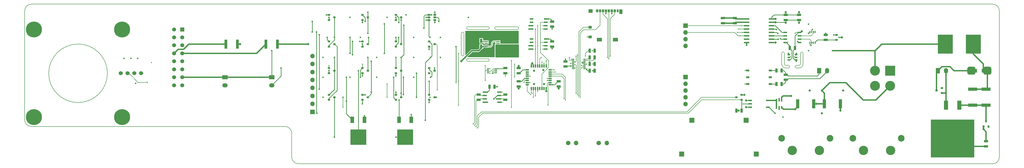
<source format=gbr>
%TF.GenerationSoftware,KiCad,Pcbnew,(5.0.0-rc2-dev-632-g76d3b6f04)*%
%TF.CreationDate,2018-06-22T22:14:38+02:00*%
%TF.ProjectId,MainBoard,4D61696E426F6172642E6B696361645F,rev?*%
%TF.SameCoordinates,Original*%
%TF.FileFunction,Copper,L1,Top,Signal*%
%TF.FilePolarity,Positive*%
%FSLAX46Y46*%
G04 Gerber Fmt 4.6, Leading zero omitted, Abs format (unit mm)*
G04 Created by KiCad (PCBNEW (5.0.0-rc2-dev-632-g76d3b6f04)) date 06/22/18 22:14:38*
%MOMM*%
%LPD*%
G01*
G04 APERTURE LIST*
%ADD10C,0.200000*%
%ADD11R,2.000000X1.500000*%
%ADD12O,2.000000X1.500000*%
%ADD13C,3.500000*%
%ADD14C,2.500000*%
%ADD15R,16.300000X14.200000*%
%ADD16R,1.600000X3.500000*%
%ADD17R,1.400000X2.400000*%
%ADD18R,5.900000X5.750000*%
%ADD19O,1.700000X1.700000*%
%ADD20C,1.700000*%
%ADD21R,1.700000X1.700000*%
%ADD22C,1.524000*%
%ADD23C,6.000000*%
%ADD24R,1.800000X1.070000*%
%ADD25R,1.500000X0.970000*%
%ADD26R,0.970000X1.500000*%
%ADD27R,0.900000X0.800000*%
%ADD28R,1.300000X1.400000*%
%ADD29C,0.100000*%
%ADD30C,3.000000*%
%ADD31R,0.800000X0.900000*%
%ADD32R,5.600000X7.230000*%
%ADD33R,1.500000X2.000000*%
%ADD34O,1.500000X2.000000*%
%ADD35R,1.500000X1.500000*%
%ADD36C,1.500000*%
%ADD37R,3.700000X3.700000*%
%ADD38C,3.700000*%
%ADD39R,1.900000X1.900000*%
%ADD40R,3.400000X1.170000*%
%ADD41R,1.170000X3.400000*%
%ADD42R,0.900000X0.300000*%
%ADD43R,1.300000X0.750000*%
%ADD44R,1.400000X0.600000*%
%ADD45R,1.200000X0.600000*%
%ADD46R,0.600000X1.200000*%
%ADD47R,0.850000X1.100000*%
%ADD48R,0.750000X1.100000*%
%ADD49R,1.170000X1.800000*%
%ADD50R,1.550000X1.350000*%
%ADD51R,1.900000X1.350000*%
%ADD52R,1.200000X1.000000*%
%ADD53R,1.550000X0.600000*%
%ADD54R,1.450000X0.450000*%
%ADD55R,1.060000X0.650000*%
%ADD56R,0.800000X0.300000*%
%ADD57R,2.000000X0.600000*%
%ADD58R,0.420000X0.900000*%
%ADD59R,1.000000X0.550000*%
%ADD60R,1.450000X0.600000*%
%ADD61R,0.550000X1.000000*%
%ADD62R,1.070000X3.500000*%
%ADD63C,0.600000*%
%ADD64C,0.400000*%
%ADD65C,0.800000*%
%ADD66C,0.250000*%
%ADD67C,0.450000*%
%ADD68C,0.500000*%
G04 APERTURE END LIST*
D10*
X141000000Y-81500000D02*
X148500000Y-81500000D01*
X141000000Y-80500000D02*
X148500000Y-80500000D01*
X148500000Y-80500000D02*
G75*
G02X148500000Y-81500000I0J-500000D01*
G01*
X141000000Y-81500000D02*
G75*
G02X141000000Y-80500000I0J500000D01*
G01*
X139500000Y-71000000D02*
X139500000Y-79000000D01*
X138500000Y-71000000D02*
X138500000Y-79000000D01*
X139500000Y-79000000D02*
G75*
G02X138500000Y-79000000I-500000J0D01*
G01*
X138500000Y-71000000D02*
G75*
G02X139500000Y-71000000I500000J0D01*
G01*
X151500000Y-69500000D02*
X159500000Y-69500000D01*
X151500000Y-68500000D02*
X159500000Y-68500000D01*
X141000000Y-69500000D02*
X148500000Y-69500000D01*
X141000000Y-68500000D02*
X148500000Y-68500000D01*
X151500000Y-69500000D02*
G75*
G02X151500000Y-68500000I0J500000D01*
G01*
X148500000Y-68500000D02*
G75*
G02X148500000Y-69500000I0J-500000D01*
G01*
X159500000Y-68500000D02*
G75*
G02X159500000Y-69500000I0J-500000D01*
G01*
X141000000Y-69500000D02*
G75*
G02X141000000Y-68500000I0J500000D01*
G01*
X264000000Y-84000000D02*
X265000000Y-84000000D01*
X266500000Y-82500000D02*
X266500000Y-78500000D01*
X266500000Y-82500000D02*
G75*
G02X265000000Y-84000000I-1500000J0D01*
G01*
X265500000Y-82500000D02*
G75*
G02X265000000Y-83000000I-500000J0D01*
G01*
X260000000Y-84000000D02*
X261000000Y-84000000D01*
X258500000Y-78500000D02*
X258500000Y-82500000D01*
X260000000Y-84000000D02*
G75*
G02X258500000Y-82500000I0J1500000D01*
G01*
X265000000Y-83000000D02*
X264000000Y-83000000D01*
X265500000Y-78500000D02*
X265500000Y-82500000D01*
X265500000Y-78500000D02*
G75*
G02X266500000Y-78500000I500000J0D01*
G01*
X264000000Y-84000000D02*
G75*
G02X264000000Y-83000000I0J500000D01*
G01*
X260000000Y-83000000D02*
X261000000Y-83000000D01*
X259500000Y-78500000D02*
X259500000Y-82500000D01*
X260000000Y-83000000D02*
G75*
G02X259500000Y-82500000I0J500000D01*
G01*
X261000000Y-83000000D02*
G75*
G02X261000000Y-84000000I0J-500000D01*
G01*
X258500000Y-78500000D02*
G75*
G02X259500000Y-78500000I500000J0D01*
G01*
X72500000Y-106000000D02*
G75*
G02X75000000Y-108500000I0J-2500000D01*
G01*
X75000000Y-108500000D02*
X75000000Y-117500000D01*
X-22500000Y-106000000D02*
X72500000Y-106000000D01*
X6000000Y-86000000D02*
G75*
G03X6000000Y-86000000I-11000000J0D01*
G01*
X-25000000Y-62500000D02*
G75*
G02X-22500000Y-60000000I2500000J0D01*
G01*
X-22500000Y-106000000D02*
G75*
G02X-25000000Y-103500000I0J2500000D01*
G01*
X-25000000Y-62500000D02*
X-25000000Y-103500000D01*
X-22500000Y-60000000D02*
X337500000Y-60000000D01*
X337500000Y-60000000D02*
G75*
G02X340000000Y-62500000I0J-2500000D01*
G01*
X340000000Y-117500000D02*
G75*
G02X337500000Y-120000000I-2500000J0D01*
G01*
X77500000Y-120000000D02*
G75*
G02X75000000Y-117500000I0J2500000D01*
G01*
X337500000Y-120000000D02*
X77500000Y-120000000D01*
X340000000Y-62500000D02*
X340000000Y-117500000D01*
D11*
X67500000Y-87500000D03*
D12*
X67500000Y-90500000D03*
D13*
X289075000Y-115000000D03*
X299275000Y-115000000D03*
D14*
X303225000Y-110400000D03*
X285125000Y-110400000D03*
D13*
X262400000Y-115000000D03*
X272600000Y-115000000D03*
D14*
X276550000Y-110400000D03*
X258450000Y-110400000D03*
D15*
X322500000Y-110505000D03*
D16*
X319980000Y-98005000D03*
X325020000Y-98005000D03*
D17*
X119785000Y-103500000D03*
X115215000Y-103500000D03*
D18*
X117500000Y-110000000D03*
D19*
X181500000Y-112181000D03*
D20*
X178500000Y-112181000D03*
D19*
X193000000Y-112181000D03*
D20*
X190000000Y-112181000D03*
D21*
X82821000Y-100500000D03*
D19*
X82821000Y-97500000D03*
X82821000Y-94500000D03*
X82821000Y-91500000D03*
X82821000Y-88500000D03*
X82821000Y-85500000D03*
X82821000Y-82500000D03*
X82821000Y-79500000D03*
D22*
X18620000Y-86000000D03*
X16080000Y-86000000D03*
X13540000Y-86000000D03*
X11000000Y-86000000D03*
D23*
X-21500000Y-69500000D03*
X-21500000Y-102500000D03*
X11500000Y-102500000D03*
X11500000Y-69500000D03*
D24*
X155000000Y-76350000D03*
X155000000Y-73340000D03*
D25*
X175000000Y-89045000D03*
X175000000Y-90955000D03*
D26*
X149045000Y-91000000D03*
X150955000Y-91000000D03*
D25*
X172500000Y-66545000D03*
X172500000Y-68455000D03*
X160000000Y-84045000D03*
X160000000Y-85955000D03*
X177500000Y-81545000D03*
X177500000Y-83455000D03*
X172500000Y-74045000D03*
X172500000Y-75955000D03*
X160000000Y-90955000D03*
X160000000Y-89045000D03*
X155000000Y-85955000D03*
X155000000Y-84045000D03*
D26*
X145955000Y-75955000D03*
X144045000Y-75955000D03*
X188455000Y-85000000D03*
X186545000Y-85000000D03*
D25*
X240905000Y-65235000D03*
X240905000Y-67145000D03*
X236460000Y-65235000D03*
X236460000Y-67145000D03*
X155000000Y-94045000D03*
X155000000Y-95955000D03*
D26*
X144045000Y-73750000D03*
X145955000Y-73750000D03*
D25*
X260000000Y-64045000D03*
X260000000Y-65955000D03*
X265000000Y-65955000D03*
X265000000Y-64045000D03*
D26*
X263455000Y-76500000D03*
X261545000Y-76500000D03*
D25*
X275000000Y-71545000D03*
X275000000Y-73455000D03*
D18*
X100000000Y-110000000D03*
D17*
X97715000Y-103500000D03*
X102285000Y-103500000D03*
D27*
X126500000Y-84050000D03*
X126500000Y-85950000D03*
X128500000Y-85000000D03*
D28*
X331050000Y-85000000D03*
X333950000Y-85000000D03*
D29*
G36*
X330323513Y-83503611D02*
X330396318Y-83514411D01*
X330467714Y-83532295D01*
X330537013Y-83557090D01*
X330603548Y-83588559D01*
X330666678Y-83626398D01*
X330725795Y-83670242D01*
X330780330Y-83719670D01*
X330829758Y-83774205D01*
X330873602Y-83833322D01*
X330911441Y-83896452D01*
X330942910Y-83962987D01*
X330967705Y-84032286D01*
X330985589Y-84103682D01*
X330996389Y-84176487D01*
X331000000Y-84250000D01*
X331000000Y-85750000D01*
X330996389Y-85823513D01*
X330985589Y-85896318D01*
X330967705Y-85967714D01*
X330942910Y-86037013D01*
X330911441Y-86103548D01*
X330873602Y-86166678D01*
X330829758Y-86225795D01*
X330780330Y-86280330D01*
X330725795Y-86329758D01*
X330666678Y-86373602D01*
X330603548Y-86411441D01*
X330537013Y-86442910D01*
X330467714Y-86467705D01*
X330396318Y-86485589D01*
X330323513Y-86496389D01*
X330250000Y-86500000D01*
X328750000Y-86500000D01*
X328676487Y-86496389D01*
X328603682Y-86485589D01*
X328532286Y-86467705D01*
X328462987Y-86442910D01*
X328396452Y-86411441D01*
X328333322Y-86373602D01*
X328274205Y-86329758D01*
X328219670Y-86280330D01*
X328170242Y-86225795D01*
X328126398Y-86166678D01*
X328088559Y-86103548D01*
X328057090Y-86037013D01*
X328032295Y-85967714D01*
X328014411Y-85896318D01*
X328003611Y-85823513D01*
X328000000Y-85750000D01*
X328000000Y-84250000D01*
X328003611Y-84176487D01*
X328014411Y-84103682D01*
X328032295Y-84032286D01*
X328057090Y-83962987D01*
X328088559Y-83896452D01*
X328126398Y-83833322D01*
X328170242Y-83774205D01*
X328219670Y-83719670D01*
X328274205Y-83670242D01*
X328333322Y-83626398D01*
X328396452Y-83588559D01*
X328462987Y-83557090D01*
X328532286Y-83532295D01*
X328603682Y-83514411D01*
X328676487Y-83503611D01*
X328750000Y-83500000D01*
X330250000Y-83500000D01*
X330323513Y-83503611D01*
X330323513Y-83503611D01*
G37*
D30*
X329500000Y-85000000D03*
D29*
G36*
X336323513Y-83503611D02*
X336396318Y-83514411D01*
X336467714Y-83532295D01*
X336537013Y-83557090D01*
X336603548Y-83588559D01*
X336666678Y-83626398D01*
X336725795Y-83670242D01*
X336780330Y-83719670D01*
X336829758Y-83774205D01*
X336873602Y-83833322D01*
X336911441Y-83896452D01*
X336942910Y-83962987D01*
X336967705Y-84032286D01*
X336985589Y-84103682D01*
X336996389Y-84176487D01*
X337000000Y-84250000D01*
X337000000Y-85750000D01*
X336996389Y-85823513D01*
X336985589Y-85896318D01*
X336967705Y-85967714D01*
X336942910Y-86037013D01*
X336911441Y-86103548D01*
X336873602Y-86166678D01*
X336829758Y-86225795D01*
X336780330Y-86280330D01*
X336725795Y-86329758D01*
X336666678Y-86373602D01*
X336603548Y-86411441D01*
X336537013Y-86442910D01*
X336467714Y-86467705D01*
X336396318Y-86485589D01*
X336323513Y-86496389D01*
X336250000Y-86500000D01*
X334750000Y-86500000D01*
X334676487Y-86496389D01*
X334603682Y-86485589D01*
X334532286Y-86467705D01*
X334462987Y-86442910D01*
X334396452Y-86411441D01*
X334333322Y-86373602D01*
X334274205Y-86329758D01*
X334219670Y-86280330D01*
X334170242Y-86225795D01*
X334126398Y-86166678D01*
X334088559Y-86103548D01*
X334057090Y-86037013D01*
X334032295Y-85967714D01*
X334014411Y-85896318D01*
X334003611Y-85823513D01*
X334000000Y-85750000D01*
X334000000Y-84250000D01*
X334003611Y-84176487D01*
X334014411Y-84103682D01*
X334032295Y-84032286D01*
X334057090Y-83962987D01*
X334088559Y-83896452D01*
X334126398Y-83833322D01*
X334170242Y-83774205D01*
X334219670Y-83719670D01*
X334274205Y-83670242D01*
X334333322Y-83626398D01*
X334396452Y-83588559D01*
X334462987Y-83557090D01*
X334532286Y-83532295D01*
X334603682Y-83514411D01*
X334676487Y-83503611D01*
X334750000Y-83500000D01*
X336250000Y-83500000D01*
X336323513Y-83503611D01*
X336323513Y-83503611D01*
G37*
D30*
X335500000Y-85000000D03*
D31*
X335000000Y-104000000D03*
X335950000Y-106000000D03*
X334050000Y-106000000D03*
D32*
X319750000Y-75000000D03*
X330250000Y-75000000D03*
D33*
X272500000Y-85000000D03*
D34*
X275500000Y-85000000D03*
D21*
X222500000Y-87420000D03*
D19*
X222500000Y-89960000D03*
X222500000Y-92500000D03*
X222500000Y-95040000D03*
X222500000Y-97580000D03*
D35*
X34000000Y-69500000D03*
D36*
X34000000Y-72500000D03*
X34000000Y-75500000D03*
X34000000Y-78500000D03*
X34000000Y-81500000D03*
X34000000Y-84500000D03*
X34000000Y-87500000D03*
X34000000Y-90500000D03*
X31000000Y-69500000D03*
X31000000Y-72500000D03*
X31000000Y-75500000D03*
X31000000Y-78500000D03*
X31000000Y-81500000D03*
X31000000Y-84500000D03*
X31000000Y-87500000D03*
X31000000Y-90500000D03*
D12*
X50000000Y-90500000D03*
D11*
X50000000Y-87500000D03*
D34*
X320000000Y-85000000D03*
D33*
X317000000Y-85000000D03*
D37*
X299100000Y-85000000D03*
D38*
X299100000Y-90700000D03*
X293400000Y-85000000D03*
X293400000Y-90700000D03*
D39*
X224850000Y-103650000D03*
X245150000Y-103650000D03*
X221030000Y-116350000D03*
X248970000Y-116350000D03*
D27*
X128500000Y-75000000D03*
X126500000Y-75950000D03*
X126500000Y-74050000D03*
X116000000Y-65000000D03*
X114000000Y-65950000D03*
X114000000Y-64050000D03*
X101500000Y-64050000D03*
X101500000Y-65950000D03*
X103500000Y-65000000D03*
X91000000Y-65000000D03*
X89000000Y-65950000D03*
X89000000Y-64050000D03*
X116000000Y-75000000D03*
X114000000Y-75950000D03*
X114000000Y-74050000D03*
X103500000Y-75000000D03*
X101500000Y-75950000D03*
X101500000Y-74050000D03*
X89000000Y-94050000D03*
X89000000Y-95950000D03*
X91000000Y-95000000D03*
X91000000Y-85000000D03*
X89000000Y-85950000D03*
X89000000Y-84050000D03*
X114000000Y-84050000D03*
X114000000Y-85950000D03*
X116000000Y-85000000D03*
X101500000Y-94050000D03*
X101500000Y-95950000D03*
X103500000Y-95000000D03*
X89000000Y-74050000D03*
X89000000Y-75950000D03*
X91000000Y-75000000D03*
X114000000Y-94050000D03*
X114000000Y-95950000D03*
X116000000Y-95000000D03*
X103500000Y-85000000D03*
X101500000Y-85950000D03*
X101500000Y-84050000D03*
X126500000Y-94050000D03*
X126500000Y-95950000D03*
X128500000Y-95000000D03*
X241500000Y-95000000D03*
X243500000Y-94050000D03*
X243500000Y-95950000D03*
D26*
X186545000Y-80000000D03*
X188455000Y-80000000D03*
X188455000Y-82500000D03*
X186545000Y-82500000D03*
X256545000Y-84960000D03*
X258455000Y-84960000D03*
D25*
X260000000Y-86545000D03*
X260000000Y-88455000D03*
D26*
X258455000Y-90040000D03*
X256545000Y-90040000D03*
D25*
X145000000Y-95955000D03*
X145000000Y-94045000D03*
D40*
X335000000Y-91995000D03*
X335000000Y-98005000D03*
X330000000Y-98005000D03*
X330000000Y-91995000D03*
D25*
X335000000Y-113455000D03*
X335000000Y-111545000D03*
D41*
X280505000Y-97500000D03*
X274495000Y-97500000D03*
X264495000Y-97500000D03*
X270505000Y-97500000D03*
D26*
X241545000Y-100000000D03*
X243455000Y-100000000D03*
D42*
X184600000Y-80750000D03*
X180400000Y-80750000D03*
X184600000Y-81250000D03*
X180400000Y-81250000D03*
X184600000Y-81750000D03*
X180400000Y-81750000D03*
X184600000Y-82250000D03*
X180400000Y-82250000D03*
X184600000Y-82750000D03*
X180400000Y-82750000D03*
X184600000Y-83250000D03*
X180400000Y-83250000D03*
X184600000Y-83750000D03*
X180400000Y-83750000D03*
X184600000Y-84250000D03*
X180400000Y-84250000D03*
D43*
X245800000Y-90040000D03*
X254200000Y-90040000D03*
X245800000Y-87500000D03*
X254200000Y-87500000D03*
X245800000Y-84960000D03*
X254200000Y-84960000D03*
D44*
X170150000Y-65595000D03*
X164850000Y-65595000D03*
X170150000Y-66865000D03*
X164850000Y-66865000D03*
X170150000Y-68135000D03*
X164850000Y-68135000D03*
X170150000Y-69405000D03*
X164850000Y-69405000D03*
X164850000Y-76905000D03*
X170150000Y-76905000D03*
X164850000Y-75635000D03*
X170150000Y-75635000D03*
X164850000Y-74365000D03*
X170150000Y-74365000D03*
X164850000Y-73095000D03*
X170150000Y-73095000D03*
D45*
X163250000Y-84700000D03*
X163250000Y-85500000D03*
X163250000Y-86300000D03*
X163250000Y-87100000D03*
X163250000Y-87900000D03*
X163250000Y-88700000D03*
X163250000Y-89500000D03*
X163250000Y-90300000D03*
D46*
X164700000Y-91750000D03*
X165500000Y-91750000D03*
X166300000Y-91750000D03*
X167100000Y-91750000D03*
X167900000Y-91750000D03*
X168700000Y-91750000D03*
X169500000Y-91750000D03*
X170300000Y-91750000D03*
D45*
X171750000Y-90300000D03*
X171750000Y-89500000D03*
X171750000Y-88700000D03*
X171750000Y-87900000D03*
X171750000Y-87100000D03*
X171750000Y-86300000D03*
X171750000Y-85500000D03*
X171750000Y-84700000D03*
D46*
X170300000Y-83250000D03*
X169500000Y-83250000D03*
X168700000Y-83250000D03*
X167900000Y-83250000D03*
X167100000Y-83250000D03*
X166300000Y-83250000D03*
X165500000Y-83250000D03*
X164700000Y-83250000D03*
D47*
X189395000Y-62500000D03*
X190495000Y-62500000D03*
X191595000Y-62500000D03*
X192695000Y-62500000D03*
X193795000Y-62500000D03*
X194895000Y-62500000D03*
X195995000Y-62500000D03*
D48*
X197045000Y-62500000D03*
D49*
X198255000Y-62850000D03*
D50*
X186935000Y-62625000D03*
D51*
X190260000Y-73325000D03*
X196250000Y-73325000D03*
D52*
X186760000Y-68650000D03*
X186760000Y-72350000D03*
D53*
X152700000Y-96905000D03*
X152700000Y-95635000D03*
X152700000Y-94365000D03*
X152700000Y-93095000D03*
X147300000Y-93095000D03*
X147300000Y-94365000D03*
X147300000Y-95635000D03*
X147300000Y-96905000D03*
D54*
X152200000Y-74025000D03*
X147800000Y-74025000D03*
X152200000Y-74675000D03*
X147800000Y-74675000D03*
X152200000Y-75325000D03*
X147800000Y-75325000D03*
X152200000Y-75975000D03*
X147800000Y-75975000D03*
D55*
X126400000Y-64050000D03*
X126400000Y-65000000D03*
X126400000Y-65950000D03*
X128600000Y-65950000D03*
X128600000Y-64050000D03*
X128600000Y-65000000D03*
D56*
X148450000Y-84250000D03*
X148450000Y-84750000D03*
X148450000Y-85250000D03*
X148450000Y-85750000D03*
X151550000Y-85750000D03*
X151550000Y-85250000D03*
X151550000Y-84750000D03*
X151550000Y-84250000D03*
D57*
X254650000Y-65555000D03*
X245350000Y-65555000D03*
X254650000Y-66825000D03*
X245350000Y-66825000D03*
X254650000Y-68095000D03*
X245350000Y-68095000D03*
X254650000Y-69365000D03*
X245350000Y-69365000D03*
X254650000Y-70635000D03*
X245350000Y-70635000D03*
X254650000Y-71905000D03*
X245350000Y-71905000D03*
X254650000Y-73175000D03*
X245350000Y-73175000D03*
X254650000Y-74445000D03*
X245350000Y-74445000D03*
D44*
X259850000Y-74405000D03*
X265150000Y-74405000D03*
X259850000Y-73135000D03*
X265150000Y-73135000D03*
X259850000Y-71865000D03*
X265150000Y-71865000D03*
X259850000Y-70595000D03*
X265150000Y-70595000D03*
D58*
X270975000Y-74549999D03*
X270975000Y-70450001D03*
X270325000Y-74549999D03*
X270325000Y-70450001D03*
X269675000Y-74549999D03*
X269675000Y-70450001D03*
X269025000Y-74549999D03*
X269025000Y-70450001D03*
D59*
X263850000Y-79050000D03*
X261150000Y-79050000D03*
X263850000Y-80000000D03*
X261150000Y-80000000D03*
X263850000Y-80950000D03*
X261150000Y-80950000D03*
D27*
X279000000Y-71550000D03*
X279000000Y-73450000D03*
X281000000Y-72500000D03*
D60*
X246675000Y-98770000D03*
X253325000Y-98770000D03*
X246675000Y-97500000D03*
X246675000Y-96230000D03*
X253325000Y-96230000D03*
D61*
X256550000Y-96150000D03*
X256550000Y-98850000D03*
X257500000Y-96150000D03*
X257500000Y-98850000D03*
X258450000Y-96150000D03*
X258450000Y-98850000D03*
D26*
X186545000Y-77500000D03*
X188455000Y-77500000D03*
D27*
X318500000Y-93450000D03*
X318500000Y-91550000D03*
X316500000Y-92500000D03*
D19*
X222500000Y-75715000D03*
X222500000Y-73175000D03*
X222500000Y-70635000D03*
D21*
X222500000Y-68095000D03*
D62*
X69675000Y-75000000D03*
X65325000Y-75000000D03*
X54675000Y-75000000D03*
X50325000Y-75000000D03*
D63*
X172750000Y-90300000D03*
D64*
X162250000Y-87900000D03*
X162250000Y-84700000D03*
D65*
X165750000Y-85000000D03*
X165750000Y-90000000D03*
D63*
X163850000Y-75635000D03*
X171150000Y-65595000D03*
X171150000Y-73095000D03*
X179500000Y-83250000D03*
D64*
X154750000Y-77250000D03*
X155500000Y-77250000D03*
X155500000Y-78000000D03*
X156250000Y-78000000D03*
X156250000Y-77250000D03*
X157000000Y-77250000D03*
X157000000Y-78000000D03*
X156250000Y-76500000D03*
X156250000Y-75750000D03*
X157000000Y-76500000D03*
X154750000Y-78000000D03*
X154000000Y-78000000D03*
X154000000Y-77250000D03*
X153250000Y-78000000D03*
X153250000Y-77250000D03*
X157750000Y-75750000D03*
X157750000Y-76500000D03*
X157750000Y-77250000D03*
X157750000Y-78000000D03*
X152500000Y-78000000D03*
X152500000Y-77250000D03*
X151750000Y-77250000D03*
X151750000Y-78000000D03*
X151750000Y-78750000D03*
X152500000Y-78750000D03*
X153250000Y-78750000D03*
X154000000Y-78750000D03*
X154750000Y-78750000D03*
X155500000Y-78750000D03*
X156250000Y-78750000D03*
X157000000Y-78750000D03*
X157750000Y-78750000D03*
X151750000Y-79500000D03*
X152500000Y-79500000D03*
X153250000Y-79500000D03*
X154000000Y-79500000D03*
X154750000Y-79500000D03*
X155500000Y-79500000D03*
X156250000Y-79500000D03*
X157000000Y-79500000D03*
X157750000Y-79500000D03*
X158500000Y-79500000D03*
X158500000Y-78750000D03*
X158500000Y-78000000D03*
X158500000Y-77250000D03*
X158500000Y-76500000D03*
X158500000Y-75750000D03*
D63*
X244080000Y-65555000D03*
X192695000Y-63500000D03*
D64*
X187500000Y-77500000D03*
X152250000Y-84250000D03*
D63*
X148300000Y-93095000D03*
X141205000Y-65000000D03*
X148300000Y-96905000D03*
X151700000Y-95635000D03*
D64*
X149250000Y-75000000D03*
X150750000Y-75000000D03*
X149250000Y-76500000D03*
X150000000Y-76500000D03*
X150750000Y-76500000D03*
X149250000Y-77250000D03*
X150000000Y-77250000D03*
X150750000Y-77250000D03*
X148500000Y-77250000D03*
X147750000Y-77250000D03*
X147000000Y-77250000D03*
X147000000Y-78000000D03*
X147750000Y-78000000D03*
X148500000Y-78000000D03*
X149250000Y-78000000D03*
X150000000Y-78000000D03*
X150750000Y-78000000D03*
X150750000Y-73500000D03*
X150000000Y-73500000D03*
X149250000Y-73500000D03*
X151500000Y-72750000D03*
X152250000Y-72750000D03*
X153000000Y-72750000D03*
X148500000Y-72750000D03*
X147750000Y-72750000D03*
X147000000Y-72750000D03*
X147000000Y-72000000D03*
X147750000Y-72000000D03*
X148500000Y-72000000D03*
X151500000Y-72000000D03*
X152250000Y-72000000D03*
X153000000Y-72000000D03*
D65*
X160000000Y-83250000D03*
X160000000Y-91750000D03*
X175000000Y-91750000D03*
X170300000Y-92750000D03*
X165100000Y-82250000D03*
D63*
X163850000Y-68135000D03*
X163850000Y-76905000D03*
X163850000Y-69405000D03*
X172500000Y-76750000D03*
X172500000Y-69250000D03*
D64*
X181000000Y-84000000D03*
X179750000Y-80750000D03*
D63*
X177500000Y-80750000D03*
D64*
X187750000Y-82500000D03*
D63*
X183750000Y-82000000D03*
X187750000Y-85000000D03*
D64*
X147000000Y-71250000D03*
X147750000Y-71250000D03*
X148500000Y-71250000D03*
X148500000Y-70500000D03*
X147750000Y-70500000D03*
X147000000Y-70500000D03*
X149250000Y-70500000D03*
X150000000Y-70500000D03*
X150750000Y-70500000D03*
X151500000Y-70500000D03*
X152250000Y-70500000D03*
X153000000Y-70500000D03*
X153000000Y-71250000D03*
X152250000Y-71250000D03*
X151500000Y-71250000D03*
X150750000Y-71250000D03*
X150000000Y-71250000D03*
X149250000Y-71250000D03*
X147000000Y-78750000D03*
X147750000Y-78750000D03*
X148500000Y-78750000D03*
X149250000Y-78750000D03*
X150000000Y-78750000D03*
X150750000Y-78750000D03*
X147000000Y-79500000D03*
X147750000Y-79500000D03*
X148500000Y-79500000D03*
X149250000Y-79500000D03*
X150000000Y-79500000D03*
X150750000Y-79500000D03*
D63*
X12270000Y-80412000D03*
X14810000Y-80412000D03*
X17350000Y-80412000D03*
X16588000Y-89810000D03*
D65*
X242369998Y-100000000D03*
X244500000Y-94050000D03*
X245175000Y-96230000D03*
D63*
X244080000Y-66825000D03*
D65*
X169500000Y-90000000D03*
X169200000Y-84750000D03*
D63*
X245350000Y-75445000D03*
D64*
X185760000Y-72350000D03*
D63*
X194895000Y-63500000D03*
D64*
X22500000Y-82000000D03*
D63*
X151955000Y-91000000D03*
X110705000Y-65000000D03*
X117795000Y-64000000D03*
X125400000Y-65000000D03*
X100705000Y-72500000D03*
X120705000Y-72500000D03*
X126500000Y-76950000D03*
X130705000Y-80000000D03*
X89000000Y-84950000D03*
X86795000Y-87500000D03*
X96795000Y-87500000D03*
X101500000Y-86950000D03*
X106795000Y-87500000D03*
X120705000Y-87500000D03*
X126500000Y-96950000D03*
X102285000Y-102000000D03*
X86795000Y-95000000D03*
D64*
X155000000Y-86955000D03*
D63*
X101500000Y-74950000D03*
D64*
X149200000Y-86000000D03*
X149200000Y-84250000D03*
D65*
X245175000Y-98770000D03*
D63*
X185500000Y-84500000D03*
D64*
X185500000Y-82500000D03*
D65*
X138500000Y-81500000D03*
D63*
X150700000Y-95635000D03*
D65*
X55675000Y-75000000D03*
D64*
X21000000Y-89455000D03*
D63*
X128600000Y-63050000D03*
D64*
X150250000Y-85250000D03*
X150750000Y-84750000D03*
D63*
X261000000Y-78500000D03*
X264000000Y-78500000D03*
X257500000Y-95500000D03*
D65*
X256150000Y-65555000D03*
X265000000Y-63000000D03*
X260000000Y-63000000D03*
D63*
X259000000Y-102500000D03*
X278000000Y-71550000D03*
X257150000Y-73175000D03*
D65*
X266000000Y-70250000D03*
D64*
X263250000Y-79750000D03*
D63*
X264000000Y-81500000D03*
X268500000Y-71000000D03*
X275000000Y-71000000D03*
X268500000Y-77500000D03*
X268500000Y-67500000D03*
X280000000Y-72500000D03*
D65*
X281500000Y-92500000D03*
X269000000Y-92500000D03*
D63*
X257500000Y-99500000D03*
D65*
X256150000Y-66825000D03*
X265000000Y-67000000D03*
X260000000Y-67000000D03*
D64*
X263500000Y-71000000D03*
D65*
X256150000Y-74445000D03*
D64*
X260750000Y-74250000D03*
X261750000Y-79750000D03*
D63*
X119785000Y-101500000D03*
X84500000Y-101000000D03*
X84321000Y-70500000D03*
X116795000Y-87500000D03*
X116795000Y-94000000D03*
X115205000Y-96000000D03*
X114000000Y-110000000D03*
X91000000Y-110000000D03*
X127000000Y-80000000D03*
X67500000Y-77500000D03*
X125000000Y-103650000D03*
X100000000Y-85000000D03*
X128500000Y-84000000D03*
X71000000Y-84000000D03*
X95500000Y-87500000D03*
X95500000Y-96500000D03*
X127000000Y-87500000D03*
D65*
X273500000Y-92500000D03*
X334050000Y-107000000D03*
X271500000Y-97500000D03*
D63*
X277500000Y-77500000D03*
D65*
X280500000Y-100000000D03*
D64*
X173750000Y-85500000D03*
X173250000Y-84700000D03*
X164250000Y-87100000D03*
D63*
X96795000Y-65000000D03*
X101500000Y-66950000D03*
X130100000Y-66500000D03*
X130705000Y-72500000D03*
X120705000Y-80000000D03*
X106795000Y-80000000D03*
X86795000Y-80000000D03*
X114000000Y-86950000D03*
X126795000Y-95000000D03*
X101500000Y-97450000D03*
X114000000Y-64950000D03*
D65*
X81175000Y-75000000D03*
D64*
X143500000Y-105500000D03*
X143000000Y-105000000D03*
D63*
X89000000Y-64950000D03*
X82705000Y-66500000D03*
X82705000Y-70500000D03*
X127400000Y-64050000D03*
X124500000Y-69000000D03*
X129205000Y-95000000D03*
X85321000Y-92000000D03*
X85321000Y-71500000D03*
X116000000Y-80000000D03*
X116000000Y-93500000D03*
X102500000Y-94050000D03*
X117000000Y-67950000D03*
X116000000Y-66000000D03*
X102500000Y-66500000D03*
D64*
X144000000Y-106000000D03*
X144500000Y-106500000D03*
X137500000Y-78500000D03*
X137500000Y-89000000D03*
X137500000Y-98000000D03*
X171000000Y-98000000D03*
D65*
X273500000Y-101000000D03*
D64*
X167100000Y-92750000D03*
X129500000Y-92250000D03*
D63*
X128600000Y-66950000D03*
X115100000Y-66950000D03*
X109705000Y-78500000D03*
X114000000Y-80000000D03*
X109705000Y-67450000D03*
X103500000Y-71000000D03*
X114000000Y-72500000D03*
X103500000Y-63000000D03*
X88000000Y-64050000D03*
X91000000Y-72500000D03*
X115000000Y-72500000D03*
X103795000Y-72500000D03*
X100500000Y-74050000D03*
X96795000Y-72500000D03*
X96795000Y-78500000D03*
X91000000Y-80000000D03*
D64*
X170750000Y-88700000D03*
X147450000Y-88700000D03*
X89000000Y-83050000D03*
X147450000Y-83050000D03*
D63*
X88295000Y-72500000D03*
X97795000Y-74000000D03*
X97795000Y-79000000D03*
X104795000Y-81500000D03*
X114000000Y-93050000D03*
X104795000Y-93050000D03*
X113205000Y-87500000D03*
X103500000Y-80000000D03*
X100705000Y-87500000D03*
D64*
X170750000Y-87900000D03*
X158500000Y-87400000D03*
X101500000Y-82550000D03*
X158500000Y-82550000D03*
D63*
X126500000Y-89000000D03*
X136500000Y-76000000D03*
D64*
X162000000Y-89500000D03*
X136500000Y-89500000D03*
X170300000Y-81250000D03*
X157300000Y-81250000D03*
D63*
X94205000Y-95000000D03*
D64*
X94205000Y-98750000D03*
X157300000Y-98750000D03*
D63*
X125400000Y-65950000D03*
X126795000Y-72500000D03*
X121705000Y-95000000D03*
X121705000Y-86000000D03*
X150205000Y-86000000D03*
D64*
X164250000Y-89500000D03*
X110705000Y-95000000D03*
X110705000Y-90000000D03*
D63*
X270000000Y-69500000D03*
X269500000Y-75500000D03*
X256000000Y-101000000D03*
D65*
X263500000Y-99500000D03*
X261995000Y-94495000D03*
D64*
X168500014Y-80000000D03*
X243350000Y-68095000D03*
X193295000Y-80000000D03*
X179000000Y-80000000D03*
X181250000Y-81750000D03*
X181500000Y-79500000D03*
X242850000Y-71905000D03*
X194295000Y-79500000D03*
X168700000Y-81750000D03*
X185000000Y-79500000D03*
X243850000Y-70635000D03*
X241850000Y-70635000D03*
X193795000Y-80500000D03*
X179400000Y-82250000D03*
X169500000Y-82250000D03*
X181500000Y-93500000D03*
X165000000Y-93500000D03*
X244800000Y-84960000D03*
X183500000Y-83000000D03*
X244760000Y-90000000D03*
X183500000Y-84000000D03*
X167100000Y-68135000D03*
X167100000Y-75635000D03*
X169150000Y-68135000D03*
X169150000Y-75635000D03*
X166300000Y-69405000D03*
X166300000Y-76905000D03*
X169150000Y-69405000D03*
X169150000Y-76905000D03*
X242350000Y-69365000D03*
X164500000Y-94000000D03*
X182000000Y-79000000D03*
X182000000Y-94000000D03*
X165500000Y-95000000D03*
X183000000Y-95000000D03*
X182500000Y-94500000D03*
X166300000Y-94500000D03*
X153700000Y-93095000D03*
X177000000Y-95500000D03*
X153700000Y-96905000D03*
X177500000Y-96000000D03*
D63*
X256500000Y-69500000D03*
X264500000Y-74000000D03*
X258000000Y-73000000D03*
X257000000Y-71000000D03*
D66*
X171750000Y-90300000D02*
X172750000Y-90300000D01*
X175000000Y-89045000D02*
X174735000Y-89045000D01*
X174735000Y-89045000D02*
X173480000Y-90300000D01*
X173480000Y-90300000D02*
X173174264Y-90300000D01*
X173174264Y-90300000D02*
X172750000Y-90300000D01*
X162050001Y-88099999D02*
X162250000Y-87900000D01*
X163250000Y-87900000D02*
X162250000Y-87900000D01*
X161105000Y-89045000D02*
X162050001Y-88099999D01*
X160000000Y-89045000D02*
X161105000Y-89045000D01*
X163250000Y-84700000D02*
X162250000Y-84700000D01*
X160000000Y-85955000D02*
X160265000Y-85955000D01*
X160265000Y-85955000D02*
X161520000Y-84700000D01*
X161520000Y-84700000D02*
X161967158Y-84700000D01*
X161967158Y-84700000D02*
X162250000Y-84700000D01*
X164850000Y-75635000D02*
X163850000Y-75635000D01*
X172500000Y-73750000D02*
X172500000Y-74045000D01*
X171845000Y-73095000D02*
X172500000Y-73750000D01*
X172500000Y-66250000D02*
X172500000Y-66545000D01*
X171845000Y-65595000D02*
X172500000Y-66250000D01*
X170150000Y-65595000D02*
X171150000Y-65595000D01*
X171150000Y-65595000D02*
X171845000Y-65595000D01*
X170150000Y-73095000D02*
X171150000Y-73095000D01*
X171150000Y-73095000D02*
X171845000Y-73095000D01*
X180400000Y-83250000D02*
X179500000Y-83250000D01*
X177705000Y-83250000D02*
X177500000Y-83455000D01*
X179500000Y-83250000D02*
X177705000Y-83250000D01*
D67*
X154625000Y-75975000D02*
X155000000Y-76350000D01*
X152200000Y-75975000D02*
X154625000Y-75975000D01*
D68*
X245350000Y-65555000D02*
X244080000Y-65555000D01*
X241225000Y-65555000D02*
X240905000Y-65235000D01*
X244080000Y-65555000D02*
X241225000Y-65555000D01*
X240905000Y-65235000D02*
X237095000Y-65235000D01*
X240905000Y-65235000D02*
X236460000Y-65235000D01*
D66*
X192695000Y-62500000D02*
X192695000Y-63500000D01*
D10*
X188455000Y-77500000D02*
X187500000Y-77500000D01*
D66*
X154795000Y-84250000D02*
X155000000Y-84045000D01*
X151550000Y-84250000D02*
X152250000Y-84250000D01*
X152250000Y-84250000D02*
X154795000Y-84250000D01*
D10*
X148450000Y-85250000D02*
X149500000Y-85250000D01*
X150500000Y-84250000D02*
X151550000Y-84250000D01*
X149500000Y-85250000D02*
X150500000Y-84250000D01*
D66*
X147300000Y-93095000D02*
X148300000Y-93095000D01*
X149045000Y-92350000D02*
X148300000Y-93095000D01*
X149045000Y-91000000D02*
X149045000Y-92350000D01*
D10*
X154680000Y-95635000D02*
X155000000Y-95955000D01*
X152700000Y-95635000D02*
X154680000Y-95635000D01*
X147300000Y-96905000D02*
X148300000Y-96905000D01*
X152700000Y-95635000D02*
X151700000Y-95635000D01*
D66*
X160000000Y-84045000D02*
X160000000Y-83250000D01*
X160000000Y-90955000D02*
X160000000Y-91750000D01*
X175000000Y-90955000D02*
X175000000Y-91750000D01*
X170300000Y-91750000D02*
X170300000Y-92750000D01*
X164700000Y-82650000D02*
X165100000Y-82250000D01*
X164700000Y-83250000D02*
X164700000Y-82650000D01*
X165500000Y-82650000D02*
X165100000Y-82250000D01*
X165500000Y-83250000D02*
X165500000Y-82650000D01*
X164850000Y-68135000D02*
X163850000Y-68135000D01*
X164850000Y-76905000D02*
X163850000Y-76905000D01*
X164850000Y-69405000D02*
X163850000Y-69405000D01*
X172795000Y-75955000D02*
X172500000Y-76250000D01*
X172500000Y-76750000D02*
X172500000Y-75955000D01*
X172500000Y-68455000D02*
X172500000Y-69250000D01*
D10*
X180400000Y-83750000D02*
X180750000Y-83750000D01*
X180750000Y-83750000D02*
X181000000Y-84000000D01*
X180750000Y-84250000D02*
X181000000Y-84000000D01*
X180400000Y-84250000D02*
X180750000Y-84250000D01*
X180400000Y-80750000D02*
X179750000Y-80750000D01*
D66*
X177500000Y-81545000D02*
X177500000Y-80750000D01*
D10*
X188455000Y-82500000D02*
X187750000Y-82500000D01*
D66*
X184000000Y-82250000D02*
X184600000Y-82250000D01*
X183750000Y-82000000D02*
X184000000Y-82250000D01*
X184000000Y-81750000D02*
X183750000Y-82000000D01*
X184600000Y-81750000D02*
X184000000Y-81750000D01*
X188455000Y-85000000D02*
X187750000Y-85000000D01*
X241545000Y-100000000D02*
X242369998Y-100000000D01*
X243500000Y-94050000D02*
X244500000Y-94050000D01*
X246675000Y-96230000D02*
X245175000Y-96230000D01*
D68*
X245350000Y-66825000D02*
X244080000Y-66825000D01*
X241225000Y-66825000D02*
X240905000Y-67145000D01*
X244080000Y-66825000D02*
X241225000Y-66825000D01*
X240905000Y-67145000D02*
X237095000Y-67145000D01*
X240905000Y-67145000D02*
X236460000Y-67145000D01*
X245350000Y-74445000D02*
X245350000Y-75445000D01*
D10*
X186760000Y-72350000D02*
X185760000Y-72350000D01*
D66*
X194895000Y-62500000D02*
X194895000Y-63500000D01*
X150955000Y-91000000D02*
X151955000Y-91000000D01*
X126400000Y-65000000D02*
X125400000Y-65000000D01*
X126500000Y-75950000D02*
X126500000Y-76950000D01*
X89000000Y-85950000D02*
X89000000Y-84950000D01*
X101500000Y-85950000D02*
X101500000Y-86950000D01*
X126500000Y-95950000D02*
X126500000Y-96950000D01*
X102285000Y-103500000D02*
X102285000Y-102000000D01*
D10*
X155000000Y-85955000D02*
X155000000Y-86955000D01*
D66*
X101500000Y-75950000D02*
X101500000Y-74950000D01*
D10*
X148450000Y-85750000D02*
X148950000Y-85750000D01*
X148950000Y-85750000D02*
X149200000Y-86000000D01*
X148450000Y-84250000D02*
X149200000Y-84250000D01*
X154680000Y-94365000D02*
X155000000Y-94045000D01*
X152700000Y-94365000D02*
X154680000Y-94365000D01*
X147800000Y-75975000D02*
X149525000Y-75975000D01*
X149525000Y-75975000D02*
X150000000Y-75500000D01*
X150000000Y-75500000D02*
X150000000Y-74500000D01*
X150475000Y-74025000D02*
X152200000Y-74025000D01*
X150000000Y-74500000D02*
X150475000Y-74025000D01*
D67*
X145975000Y-75975000D02*
X145955000Y-75955000D01*
X147800000Y-75975000D02*
X145975000Y-75975000D01*
D66*
X246675000Y-98770000D02*
X245175000Y-98770000D01*
X185810000Y-85000000D02*
X185500000Y-84690000D01*
X185500000Y-84690000D02*
X185500000Y-84500000D01*
X186545000Y-85000000D02*
X185810000Y-85000000D01*
X185500000Y-84450000D02*
X185500000Y-84500000D01*
X185300000Y-84250000D02*
X185500000Y-84450000D01*
X184600000Y-84250000D02*
X185300000Y-84250000D01*
D10*
X185250000Y-82750000D02*
X185500000Y-82500000D01*
X184600000Y-82750000D02*
X185250000Y-82750000D01*
D68*
X142500000Y-77500000D02*
X138500000Y-81500000D01*
X142500000Y-77500000D02*
X145000000Y-77500000D01*
X145955000Y-76545000D02*
X145000000Y-77500000D01*
X145955000Y-75955000D02*
X145955000Y-76545000D01*
D66*
X152700000Y-94365000D02*
X151970000Y-94365000D01*
X151970000Y-94365000D02*
X150700000Y-95635000D01*
D68*
X54675000Y-75000000D02*
X55675000Y-75000000D01*
D10*
X14000000Y-86000000D02*
X13540000Y-86000000D01*
X17455000Y-89455000D02*
X14000000Y-86000000D01*
X21000000Y-89455000D02*
X17455000Y-89455000D01*
D66*
X146230000Y-74025000D02*
X145955000Y-73750000D01*
X147800000Y-74025000D02*
X146230000Y-74025000D01*
X128600000Y-64050000D02*
X128600000Y-63050000D01*
D10*
X151550000Y-85250000D02*
X150250000Y-85250000D01*
X151550000Y-84750000D02*
X150750000Y-84750000D01*
D66*
X261150000Y-79050000D02*
X261150000Y-78650000D01*
X261150000Y-78650000D02*
X261000000Y-78500000D01*
X263850000Y-79050000D02*
X263850000Y-78650000D01*
X263850000Y-78650000D02*
X264000000Y-78500000D01*
X257500000Y-96150000D02*
X257500000Y-95500000D01*
X259000000Y-64045000D02*
X260000000Y-64045000D01*
X255610000Y-64045000D02*
X259000000Y-64045000D01*
X254650000Y-65005000D02*
X255610000Y-64045000D01*
X254650000Y-65555000D02*
X254650000Y-65005000D01*
X260000000Y-64045000D02*
X265000000Y-64045000D01*
D68*
X254650000Y-65555000D02*
X256150000Y-65555000D01*
D66*
X265000000Y-64045000D02*
X265000000Y-63000000D01*
X260000000Y-64045000D02*
X260000000Y-63000000D01*
X279000000Y-71550000D02*
X278000000Y-71550000D01*
X254650000Y-73175000D02*
X257150000Y-73175000D01*
X264750000Y-70595000D02*
X265150000Y-70595000D01*
X263455000Y-71890000D02*
X264750000Y-70595000D01*
X263455000Y-76500000D02*
X263455000Y-71890000D01*
X263455000Y-76765000D02*
X263455000Y-76500000D01*
X262750000Y-77470000D02*
X263455000Y-76765000D01*
X262750000Y-80250000D02*
X262750000Y-77470000D01*
X263850000Y-80950000D02*
X263450000Y-80950000D01*
X263450000Y-80950000D02*
X262750000Y-80250000D01*
X265150000Y-70595000D02*
X265655000Y-70595000D01*
X265655000Y-70595000D02*
X266000000Y-70250000D01*
D10*
X263500000Y-80000000D02*
X263250000Y-79750000D01*
X263850000Y-80000000D02*
X263500000Y-80000000D01*
X263850000Y-80950000D02*
X263850000Y-81350000D01*
X263850000Y-81350000D02*
X264000000Y-81500000D01*
D66*
X269025000Y-70450001D02*
X269025000Y-70475000D01*
X269025000Y-70475000D02*
X268500000Y-71000000D01*
X275000000Y-71545000D02*
X275000000Y-71000000D01*
X281000000Y-72500000D02*
X280000000Y-72500000D01*
X257500000Y-98850000D02*
X257500000Y-99500000D01*
X260000000Y-66690000D02*
X260000000Y-65955000D01*
X259865000Y-66825000D02*
X260000000Y-66690000D01*
X260000000Y-65955000D02*
X265000000Y-65955000D01*
D68*
X254650000Y-66825000D02*
X256150000Y-66825000D01*
D66*
X256150000Y-66825000D02*
X259865000Y-66825000D01*
X265000000Y-65955000D02*
X265000000Y-67000000D01*
X260000000Y-65955000D02*
X260000000Y-67000000D01*
X259825000Y-66825000D02*
X260000000Y-67000000D01*
X256150000Y-66825000D02*
X259825000Y-66825000D01*
D10*
X263905000Y-70595000D02*
X263699999Y-70800001D01*
X263699999Y-70800001D02*
X263500000Y-71000000D01*
X265150000Y-70595000D02*
X263905000Y-70595000D01*
D66*
X254650000Y-74445000D02*
X256150000Y-74445000D01*
X260250000Y-74405000D02*
X259850000Y-74405000D01*
X261545000Y-75700000D02*
X260250000Y-74405000D01*
X261545000Y-76500000D02*
X261545000Y-75700000D01*
X261545000Y-76765000D02*
X261545000Y-76500000D01*
X262250000Y-77470000D02*
X261545000Y-76765000D01*
X262250000Y-80250000D02*
X262250000Y-77470000D01*
X261150000Y-80950000D02*
X261550000Y-80950000D01*
X261550000Y-80950000D02*
X262250000Y-80250000D01*
D10*
X259850000Y-74405000D02*
X260595000Y-74405000D01*
X260595000Y-74405000D02*
X260750000Y-74250000D01*
X261500000Y-80000000D02*
X261750000Y-79750000D01*
X261150000Y-80000000D02*
X261500000Y-80000000D01*
D66*
X270975000Y-74309999D02*
X270975000Y-74549999D01*
X271829999Y-73455000D02*
X270975000Y-74309999D01*
X275000000Y-73455000D02*
X271829999Y-73455000D01*
X278995000Y-73455000D02*
X279000000Y-73450000D01*
X275000000Y-73455000D02*
X278995000Y-73455000D01*
X119785000Y-103500000D02*
X119785000Y-101500000D01*
X84321000Y-100821000D02*
X84500000Y-101000000D01*
X84321000Y-70500000D02*
X84321000Y-100821000D01*
X116795000Y-87500000D02*
X116795000Y-94000000D01*
X115215000Y-96010000D02*
X115215000Y-103500000D01*
X115205000Y-96000000D02*
X115215000Y-96010000D01*
X117500000Y-110000000D02*
X114000000Y-110000000D01*
X91000000Y-95000000D02*
X91000000Y-110000000D01*
X126500000Y-74050000D02*
X127500000Y-75050000D01*
X127500000Y-79050000D02*
X127500000Y-79550000D01*
X127500000Y-79550000D02*
X127000000Y-80050000D01*
X127500000Y-75050000D02*
X127500000Y-79050000D01*
X67500000Y-87500000D02*
X67500000Y-77500000D01*
X125000000Y-82000000D02*
X125000000Y-103650000D01*
X127000000Y-80000000D02*
X125000000Y-82000000D01*
D68*
X34000000Y-87500000D02*
X50000000Y-87500000D01*
X50000000Y-87500000D02*
X67500000Y-87500000D01*
D66*
X100000000Y-110000000D02*
X100000000Y-85000000D01*
X128500000Y-84000000D02*
X128500000Y-85000000D01*
X71000000Y-84000000D02*
X71000000Y-87000000D01*
X71000000Y-87000000D02*
X67500000Y-90500000D01*
X95500000Y-101285000D02*
X97715000Y-103500000D01*
X95500000Y-96550000D02*
X95500000Y-101285000D01*
X95500000Y-87500000D02*
X95500000Y-96550000D01*
X126500000Y-84050000D02*
X126500000Y-84550000D01*
X126500000Y-84550000D02*
X127500000Y-85550000D01*
X127500000Y-85550000D02*
X127500000Y-87050000D01*
X127500000Y-87050000D02*
X127000000Y-87550000D01*
X331050000Y-85000000D02*
X329500000Y-85000000D01*
D68*
X318500000Y-83500000D02*
X317000000Y-85000000D01*
X321500000Y-83500000D02*
X318500000Y-83500000D01*
X325000000Y-85000000D02*
X323000000Y-85000000D01*
X323000000Y-85000000D02*
X321500000Y-83500000D01*
X327500000Y-85000000D02*
X325000000Y-85000000D01*
X329500000Y-85000000D02*
X327500000Y-85000000D01*
X316500000Y-85500000D02*
X317000000Y-85000000D01*
X316500000Y-92500000D02*
X316500000Y-85500000D01*
D66*
X333950000Y-85000000D02*
X335500000Y-85000000D01*
D68*
X335000000Y-91995000D02*
X330000000Y-91995000D01*
X335500000Y-91495000D02*
X335000000Y-91995000D01*
X335500000Y-85000000D02*
X335500000Y-91495000D01*
X330250000Y-78750000D02*
X330250000Y-75000000D01*
X333950000Y-85000000D02*
X333950000Y-82450000D01*
X333950000Y-82450000D02*
X330250000Y-78750000D01*
X335000000Y-98005000D02*
X330000000Y-98005000D01*
X335000000Y-98005000D02*
X335000000Y-104000000D01*
X330000000Y-98005000D02*
X325020000Y-98005000D01*
X274495000Y-97500000D02*
X274495000Y-93495000D01*
X274495000Y-93495000D02*
X273500000Y-92500000D01*
X334050000Y-106000000D02*
X334050000Y-107000000D01*
X293800000Y-96000000D02*
X299100000Y-90700000D01*
X289000000Y-96000000D02*
X293800000Y-96000000D01*
X282500000Y-89500000D02*
X289000000Y-96000000D01*
X273500000Y-92500000D02*
X276500000Y-89500000D01*
X276500000Y-89500000D02*
X282500000Y-89500000D01*
X274495000Y-97500000D02*
X271500000Y-97500000D01*
X270505000Y-97500000D02*
X271500000Y-97500000D01*
X335000000Y-107950000D02*
X335000000Y-111545000D01*
X334050000Y-107000000D02*
X335000000Y-107950000D01*
X296000000Y-75000000D02*
X319750000Y-75000000D01*
X293400000Y-85000000D02*
X293400000Y-77600000D01*
X293400000Y-77600000D02*
X296000000Y-75000000D01*
X280000000Y-77500000D02*
X277500000Y-77500000D01*
X293400000Y-85000000D02*
X293400000Y-77500000D01*
X293400000Y-77500000D02*
X280000000Y-77500000D01*
X280505000Y-97500000D02*
X280505000Y-99995000D01*
X280505000Y-99995000D02*
X280500000Y-100000000D01*
D66*
X260000000Y-85810000D02*
X260000000Y-86545000D01*
X260000000Y-85770000D02*
X260000000Y-85810000D01*
X259190000Y-84960000D02*
X260000000Y-85770000D01*
X258455000Y-84960000D02*
X259190000Y-84960000D01*
X260545000Y-86545000D02*
X261000000Y-87000000D01*
X260000000Y-86545000D02*
X260545000Y-86545000D01*
X271750000Y-87000000D02*
X271500000Y-87000000D01*
X272500000Y-86250000D02*
X271750000Y-87000000D01*
X272500000Y-85000000D02*
X272500000Y-86250000D01*
X271500000Y-87000000D02*
X261000000Y-87000000D01*
X260000000Y-89190000D02*
X260000000Y-88455000D01*
X260000000Y-89230000D02*
X260000000Y-89190000D01*
X259190000Y-90040000D02*
X260000000Y-89230000D01*
X258455000Y-90040000D02*
X259190000Y-90040000D01*
X260545000Y-88455000D02*
X261000000Y-88000000D01*
X260000000Y-88455000D02*
X260545000Y-88455000D01*
X272750000Y-88000000D02*
X272000000Y-88000000D01*
X275500000Y-85250000D02*
X272750000Y-88000000D01*
X275500000Y-85000000D02*
X275500000Y-85250000D01*
X272000000Y-88000000D02*
X261000000Y-88000000D01*
D10*
X173750000Y-85500000D02*
X171750000Y-85500000D01*
X171750000Y-84700000D02*
X173250000Y-84700000D01*
X163250000Y-87100000D02*
X164250000Y-87100000D01*
D66*
X101500000Y-65950000D02*
X101500000Y-66950000D01*
X130100000Y-65500000D02*
X130100000Y-66500000D01*
X128600000Y-65000000D02*
X129600000Y-65000000D01*
X129600000Y-65000000D02*
X130100000Y-65500000D01*
X114000000Y-85950000D02*
X114000000Y-86950000D01*
X101500000Y-95950000D02*
X101500000Y-97450000D01*
X114000000Y-65950000D02*
X114000000Y-64950000D01*
D68*
X69675000Y-75000000D02*
X81175000Y-75000000D01*
D10*
X145320000Y-95635000D02*
X145000000Y-95955000D01*
X147300000Y-95635000D02*
X145320000Y-95635000D01*
X144000000Y-105000000D02*
X143500000Y-105500000D01*
X144000000Y-96500000D02*
X144000000Y-105000000D01*
X145000000Y-95955000D02*
X144545000Y-95955000D01*
X144545000Y-95955000D02*
X144000000Y-96500000D01*
X145320000Y-94365000D02*
X145000000Y-94045000D01*
X147300000Y-94365000D02*
X145320000Y-94365000D01*
X145000000Y-94045000D02*
X143955000Y-94045000D01*
X143955000Y-94045000D02*
X143500000Y-94500000D01*
X143500000Y-94500000D02*
X143500000Y-104500000D01*
X143500000Y-104500000D02*
X143000000Y-105000000D01*
D66*
X89000000Y-65950000D02*
X89000000Y-64950000D01*
X82705000Y-66500000D02*
X82705000Y-70500000D01*
X126400000Y-64050000D02*
X127400000Y-64050000D01*
X124500000Y-69000000D02*
X124500000Y-64500000D01*
X124950000Y-64050000D02*
X126400000Y-64050000D01*
X124500000Y-64500000D02*
X124950000Y-64050000D01*
X129205000Y-95000000D02*
X128500000Y-95000000D01*
X85321000Y-71500000D02*
X85321000Y-92000000D01*
X116000000Y-80050000D02*
X116000000Y-85000000D01*
X116000000Y-95000000D02*
X116000000Y-93500000D01*
X116000000Y-93500000D02*
X116000000Y-85000000D01*
X102500000Y-94050000D02*
X101500000Y-94050000D01*
X116000000Y-80000000D02*
X117000000Y-79000000D01*
X117000000Y-79000000D02*
X117000000Y-67950000D01*
X116000000Y-65000000D02*
X116000000Y-66000000D01*
X102500000Y-65050000D02*
X101500000Y-64050000D01*
X102500000Y-66500000D02*
X102500000Y-65050000D01*
X116000000Y-75000000D02*
X116000000Y-66000000D01*
D10*
X228500000Y-95000000D02*
X241500000Y-95000000D01*
X146000000Y-100500000D02*
X223000000Y-100500000D01*
X144500000Y-102000000D02*
X146000000Y-100500000D01*
X144500000Y-105500000D02*
X144500000Y-102000000D01*
X223000000Y-100500000D02*
X228500000Y-95000000D01*
X144000000Y-106000000D02*
X144500000Y-105500000D01*
D66*
X246675000Y-97500000D02*
X243500000Y-97500000D01*
X243500000Y-97500000D02*
X243500000Y-95950000D01*
X243500000Y-99955000D02*
X243500000Y-97500000D01*
X243455000Y-100000000D02*
X243500000Y-99955000D01*
D10*
X243500000Y-95950000D02*
X228550000Y-95950000D01*
X228550000Y-95950000D02*
X223500000Y-101000000D01*
X223500000Y-101000000D02*
X146500000Y-101000000D01*
X146500000Y-101000000D02*
X145000000Y-102500000D01*
X145000000Y-102500000D02*
X145000000Y-106000000D01*
X145000000Y-106000000D02*
X144500000Y-106500000D01*
X137500000Y-78500000D02*
X137500000Y-89000000D01*
X137500000Y-89000000D02*
X137500000Y-98000000D01*
X171000000Y-91000000D02*
X171000000Y-98000000D01*
X171750000Y-89500000D02*
X171000000Y-89500000D01*
X170750000Y-89750000D02*
X170750000Y-90750000D01*
X170750000Y-90750000D02*
X171000000Y-91000000D01*
X171000000Y-89500000D02*
X170750000Y-89750000D01*
X167100000Y-91750000D02*
X167100000Y-92750000D01*
X128500000Y-75000000D02*
X129000000Y-75000000D01*
X129500000Y-75500000D02*
X129500000Y-92250000D01*
X129000000Y-75000000D02*
X129500000Y-75500000D01*
D66*
X128600000Y-65950000D02*
X128600000Y-66950000D01*
X115100000Y-65150000D02*
X114000000Y-64050000D01*
X115100000Y-66950000D02*
X115100000Y-65150000D01*
X114000000Y-80050000D02*
X114000000Y-84050000D01*
X109705000Y-68450000D02*
X109705000Y-78500000D01*
X109705000Y-67450000D02*
X109705000Y-68450000D01*
X103500000Y-65000000D02*
X103500000Y-71000000D01*
X114000000Y-72500000D02*
X114000000Y-74050000D01*
X103500000Y-65000000D02*
X103500000Y-63000000D01*
X89000000Y-64050000D02*
X88000000Y-64050000D01*
X89000000Y-75500000D02*
X89000000Y-75950000D01*
X91000000Y-73500000D02*
X89000000Y-75500000D01*
X91000000Y-72500000D02*
X91000000Y-73500000D01*
X91000000Y-65000000D02*
X91000000Y-72500000D01*
X114000000Y-75950000D02*
X114000000Y-75450000D01*
X115000000Y-74450000D02*
X115000000Y-72450000D01*
X114000000Y-75450000D02*
X115000000Y-74450000D01*
X103795000Y-74705000D02*
X103500000Y-75000000D01*
X103795000Y-72500000D02*
X103795000Y-74705000D01*
X101500000Y-74050000D02*
X100500000Y-74050000D01*
X96795000Y-72500000D02*
X96795000Y-78500000D01*
X91000000Y-80000000D02*
X91000000Y-85000000D01*
X91000000Y-92050000D02*
X89000000Y-94050000D01*
X91000000Y-85000000D02*
X91000000Y-92050000D01*
X91000000Y-75000000D02*
X92000000Y-76000000D01*
X89000000Y-95450000D02*
X92000000Y-92450000D01*
X89000000Y-95950000D02*
X89000000Y-95450000D01*
X92000000Y-76000000D02*
X92000000Y-92450000D01*
D10*
X171750000Y-88700000D02*
X170750000Y-88700000D01*
X148450000Y-84750000D02*
X147950000Y-84750000D01*
X147950000Y-84750000D02*
X147450000Y-85250000D01*
X147450000Y-85250000D02*
X147450000Y-88700000D01*
X89000000Y-84050000D02*
X89000000Y-83050000D01*
X147450000Y-85250000D02*
X147450000Y-83050000D01*
D66*
X88295000Y-73345000D02*
X89000000Y-74050000D01*
X88295000Y-72500000D02*
X88295000Y-73345000D01*
X97795000Y-74000000D02*
X97795000Y-79000000D01*
X104795000Y-93705000D02*
X103500000Y-95000000D01*
X114000000Y-94050000D02*
X114000000Y-93050000D01*
X104795000Y-81500000D02*
X104795000Y-93050000D01*
X104795000Y-93050000D02*
X104795000Y-93705000D01*
X113205000Y-95155000D02*
X114000000Y-95950000D01*
X113205000Y-87500000D02*
X113205000Y-95155000D01*
X103500000Y-80050000D02*
X103500000Y-85000000D01*
X100705000Y-84845000D02*
X101500000Y-84050000D01*
X100705000Y-87500000D02*
X100705000Y-84845000D01*
D10*
X171750000Y-87900000D02*
X170750000Y-87900000D01*
X101500000Y-84050000D02*
X101500000Y-82550000D01*
X158500000Y-82550000D02*
X158500000Y-87400000D01*
D66*
X126500000Y-89550000D02*
X126500000Y-89000000D01*
X126500000Y-94050000D02*
X126500000Y-89550000D01*
D68*
X325430000Y-113455000D02*
X322480000Y-110505000D01*
X335000000Y-113455000D02*
X325430000Y-113455000D01*
D10*
X185795000Y-80750000D02*
X186545000Y-80000000D01*
X184600000Y-80750000D02*
X185795000Y-80750000D01*
X184600000Y-81250000D02*
X187470000Y-81250000D01*
X188455000Y-80545000D02*
X188455000Y-80000000D01*
X187470000Y-81250000D02*
X187750000Y-81250000D01*
X187750000Y-81250000D02*
X188455000Y-80545000D01*
X186545000Y-81250000D02*
X186545000Y-82500000D01*
X187470000Y-81250000D02*
X186545000Y-81250000D01*
D66*
X254200000Y-84960000D02*
X256545000Y-84960000D01*
X254200000Y-90040000D02*
X256545000Y-90040000D01*
X136500000Y-76000000D02*
X136500000Y-89000000D01*
D10*
X163250000Y-88700000D02*
X162300000Y-88700000D01*
X162300000Y-88700000D02*
X162000000Y-89000000D01*
X162000000Y-89000000D02*
X162000000Y-89500000D01*
D66*
X136500000Y-89000000D02*
X136500000Y-89500000D01*
D10*
X170300000Y-83250000D02*
X170300000Y-81250000D01*
X94205000Y-95000000D02*
X94205000Y-98750000D01*
X157300000Y-81250000D02*
X157300000Y-98750000D01*
D66*
X126400000Y-65950000D02*
X125400000Y-65950000D01*
X126400000Y-72105000D02*
X126795000Y-72500000D01*
X126400000Y-65950000D02*
X126400000Y-72105000D01*
X121705000Y-95000000D02*
X121705000Y-86000000D01*
X150455000Y-85750000D02*
X151550000Y-85750000D01*
X150205000Y-86000000D02*
X150455000Y-85750000D01*
D10*
X163250000Y-89500000D02*
X164250000Y-89500000D01*
X110705000Y-95000000D02*
X110705000Y-90000000D01*
D66*
X269675000Y-69825000D02*
X269675000Y-70450001D01*
X270000000Y-69500000D02*
X269675000Y-69825000D01*
X269025000Y-75025000D02*
X269025000Y-74549999D01*
X269500000Y-75500000D02*
X269025000Y-75025000D01*
X255980000Y-101000000D02*
X256000000Y-101000000D01*
X253750000Y-98770000D02*
X255980000Y-101000000D01*
X253325000Y-98770000D02*
X253750000Y-98770000D01*
D68*
X264495000Y-97500000D02*
X264495000Y-98505000D01*
X264495000Y-98505000D02*
X263500000Y-99500000D01*
X259100000Y-99500000D02*
X258450000Y-98850000D01*
X263500000Y-99500000D02*
X259100000Y-99500000D01*
X261995000Y-94495000D02*
X259005000Y-94495000D01*
X258450000Y-95050000D02*
X258450000Y-96150000D01*
X259005000Y-94495000D02*
X258450000Y-95050000D01*
D10*
X167900000Y-83250000D02*
X167900000Y-80600014D01*
X168300015Y-80199999D02*
X168500014Y-80000000D01*
X167900000Y-80600014D02*
X168300015Y-80199999D01*
X243350000Y-68095000D02*
X245350000Y-68095000D01*
X222500000Y-68095000D02*
X243350000Y-68095000D01*
X191595000Y-62500000D02*
X191595000Y-63800000D01*
X193295000Y-65500000D02*
X193295000Y-80000000D01*
X191595000Y-63800000D02*
X193295000Y-65500000D01*
X179250000Y-81250000D02*
X180400000Y-81250000D01*
X179000000Y-81000000D02*
X179250000Y-81250000D01*
X179000000Y-80000000D02*
X179000000Y-81000000D01*
X181250000Y-81750000D02*
X180400000Y-81750000D01*
X181500000Y-81500000D02*
X181250000Y-81750000D01*
X181500000Y-79500000D02*
X181500000Y-81500000D01*
X242850000Y-71905000D02*
X245350000Y-71905000D01*
X242120000Y-71905000D02*
X242850000Y-71905000D01*
X222500000Y-70635000D02*
X240850000Y-70635000D01*
X240850000Y-70635000D02*
X242120000Y-71905000D01*
X195995000Y-62500000D02*
X195995000Y-63800000D01*
X194295000Y-65500000D02*
X194295000Y-79500000D01*
X195995000Y-63800000D02*
X194295000Y-65500000D01*
X168700000Y-81750000D02*
X168700000Y-83250000D01*
X185000000Y-78500000D02*
X185000000Y-79500000D01*
X186545000Y-77500000D02*
X186000000Y-77500000D01*
X186000000Y-77500000D02*
X185000000Y-78500000D01*
X243850000Y-70635000D02*
X245350000Y-70635000D01*
X243850000Y-70635000D02*
X241850000Y-70635000D01*
X193795000Y-62500000D02*
X193795000Y-80500000D01*
X179400000Y-82250000D02*
X180400000Y-82250000D01*
X169500000Y-82250000D02*
X169500000Y-83250000D01*
X181250000Y-82750000D02*
X180400000Y-82750000D01*
X181500000Y-83000000D02*
X181250000Y-82750000D01*
X181500000Y-93500000D02*
X181500000Y-83000000D01*
X164700000Y-93200000D02*
X164700000Y-91750000D01*
X165000000Y-93500000D02*
X164700000Y-93200000D01*
X245800000Y-84960000D02*
X244800000Y-84960000D01*
X183750000Y-83250000D02*
X184600000Y-83250000D01*
X183500000Y-83000000D02*
X183750000Y-83250000D01*
X245800000Y-90040000D02*
X244800000Y-90040000D01*
X244800000Y-90040000D02*
X244760000Y-90000000D01*
X183500000Y-84000000D02*
X183750000Y-83750000D01*
X183750000Y-83750000D02*
X184600000Y-83750000D01*
X170150000Y-66865000D02*
X168150000Y-66865000D01*
X170150000Y-74365000D02*
X168150000Y-74365000D01*
X168150000Y-66865000D02*
X168150000Y-74365000D01*
X168700000Y-86300000D02*
X168700000Y-91750000D01*
X171200000Y-83800000D02*
X168700000Y-86300000D01*
X171200000Y-81200000D02*
X171200000Y-83800000D01*
X168150000Y-74365000D02*
X168150000Y-78150000D01*
X168150000Y-78150000D02*
X171200000Y-81200000D01*
X167100000Y-68500000D02*
X167100000Y-68135000D01*
X167100000Y-83250000D02*
X167100000Y-75635000D01*
X167100000Y-75635000D02*
X167100000Y-68500000D01*
X169150000Y-68135000D02*
X170150000Y-68135000D01*
X170150000Y-75635000D02*
X169150000Y-75635000D01*
X166300000Y-83250000D02*
X166300000Y-76905000D01*
X166300000Y-76905000D02*
X166300000Y-69405000D01*
X169150000Y-69405000D02*
X170150000Y-69405000D01*
X170150000Y-76905000D02*
X169150000Y-76905000D01*
X245350000Y-69365000D02*
X242350000Y-69365000D01*
X163250000Y-92750000D02*
X163250000Y-90300000D01*
X164500000Y-94000000D02*
X163250000Y-92750000D01*
X182000000Y-94000000D02*
X182000000Y-79000000D01*
X165500000Y-91750000D02*
X165500000Y-95000000D01*
X190495000Y-67915000D02*
X190495000Y-62500000D01*
X188760000Y-69650000D02*
X190495000Y-67915000D01*
X184260000Y-69650000D02*
X188760000Y-69650000D01*
X183000000Y-95000000D02*
X183000000Y-70910000D01*
X183000000Y-70910000D02*
X184260000Y-69650000D01*
X166300000Y-94500000D02*
X166300000Y-91750000D01*
X182500000Y-70410000D02*
X182500000Y-94500000D01*
X186760000Y-68650000D02*
X184260000Y-68650000D01*
X184260000Y-68650000D02*
X182500000Y-70410000D01*
X152700000Y-93095000D02*
X153700000Y-93095000D01*
X176100000Y-87100000D02*
X171750000Y-87100000D01*
X177000000Y-95500000D02*
X177000000Y-88000000D01*
X177000000Y-88000000D02*
X176100000Y-87100000D01*
X152700000Y-96905000D02*
X153700000Y-96905000D01*
X176300000Y-86300000D02*
X171750000Y-86300000D01*
X177500000Y-96000000D02*
X177500000Y-87500000D01*
X177500000Y-87500000D02*
X176300000Y-86300000D01*
D66*
X259850000Y-70595000D02*
X258595000Y-70595000D01*
X256095000Y-68095000D02*
X254650000Y-68095000D01*
X258595000Y-70595000D02*
X256095000Y-68095000D01*
X254650000Y-69365000D02*
X256365000Y-69365000D01*
X256365000Y-69365000D02*
X256500000Y-69500000D01*
X264905000Y-74405000D02*
X264500000Y-74000000D01*
X265150000Y-74405000D02*
X264905000Y-74405000D01*
X259850000Y-73135000D02*
X258135000Y-73135000D01*
X258135000Y-73135000D02*
X258000000Y-73000000D01*
X256635000Y-70635000D02*
X254650000Y-70635000D01*
X257000000Y-71000000D02*
X256635000Y-70635000D01*
X259810000Y-71905000D02*
X259850000Y-71865000D01*
X254650000Y-71905000D02*
X259810000Y-71905000D01*
D10*
X269675000Y-73899999D02*
X269675000Y-74549999D01*
X268910001Y-73135000D02*
X269675000Y-73899999D01*
X265150000Y-73135000D02*
X268910001Y-73135000D01*
X269675000Y-74549999D02*
X270325000Y-74549999D01*
X270325000Y-71100001D02*
X270325000Y-70450001D01*
X269560001Y-71865000D02*
X270325000Y-71100001D01*
X265150000Y-71865000D02*
X269560001Y-71865000D01*
X270325000Y-70450001D02*
X270975000Y-70450001D01*
D68*
X256550000Y-98850000D02*
X256550000Y-96150000D01*
X256470000Y-96230000D02*
X256550000Y-96150000D01*
X253325000Y-96230000D02*
X256470000Y-96230000D01*
X320000000Y-97965000D02*
X319960000Y-98005000D01*
X320000000Y-97985000D02*
X319980000Y-98005000D01*
X320000000Y-88000000D02*
X320000000Y-87500000D01*
X320000000Y-87500000D02*
X320000000Y-85000000D01*
X320000000Y-88000000D02*
X320000000Y-88500000D01*
X320000000Y-88500000D02*
X320000000Y-91000000D01*
X319950000Y-93450000D02*
X320000000Y-93500000D01*
X318500000Y-93450000D02*
X319950000Y-93450000D01*
X320000000Y-91000000D02*
X320000000Y-93500000D01*
X320000000Y-93500000D02*
X320000000Y-97985000D01*
X61825000Y-78500000D02*
X65325000Y-75000000D01*
X34000000Y-78500000D02*
X61825000Y-78500000D01*
X31000000Y-78500000D02*
X32500000Y-77000000D01*
X32500000Y-77000000D02*
X34500000Y-77000000D01*
X34500000Y-77000000D02*
X36500000Y-75000000D01*
X36500000Y-75000000D02*
X47825000Y-75000000D01*
X47825000Y-75000000D02*
X50325000Y-75000000D01*
D10*
G36*
X151169123Y-74450000D02*
X151169123Y-74816087D01*
X151135195Y-74822836D01*
X151037868Y-74887868D01*
X150972836Y-74985195D01*
X150950000Y-75100000D01*
X150950000Y-79900000D01*
X140877817Y-79900000D01*
X142727817Y-78050000D01*
X144945831Y-78050000D01*
X145000000Y-78060775D01*
X145054169Y-78050000D01*
X145054170Y-78050000D01*
X145214599Y-78018089D01*
X145396528Y-77896528D01*
X145427216Y-77850600D01*
X146266940Y-77010877D01*
X146440000Y-77010877D01*
X146557054Y-76987593D01*
X146656288Y-76921288D01*
X146722593Y-76822054D01*
X146745877Y-76705000D01*
X146745877Y-76500000D01*
X147045455Y-76500000D01*
X147075000Y-76505877D01*
X148525000Y-76505877D01*
X148642054Y-76482593D01*
X148741288Y-76416288D01*
X148768875Y-76375000D01*
X149485606Y-76375000D01*
X149525000Y-76382836D01*
X149564394Y-76375000D01*
X149681072Y-76351791D01*
X149813384Y-76263384D01*
X149835702Y-76229982D01*
X150254987Y-75810699D01*
X150288384Y-75788384D01*
X150376791Y-75656072D01*
X150400000Y-75539394D01*
X150400000Y-75539393D01*
X150407836Y-75500001D01*
X150400000Y-75460608D01*
X150400000Y-74665685D01*
X150640685Y-74425000D01*
X151174096Y-74425000D01*
X151169123Y-74450000D01*
X151169123Y-74450000D01*
G37*
X151169123Y-74450000D02*
X151169123Y-74816087D01*
X151135195Y-74822836D01*
X151037868Y-74887868D01*
X150972836Y-74985195D01*
X150950000Y-75100000D01*
X150950000Y-79900000D01*
X140877817Y-79900000D01*
X142727817Y-78050000D01*
X144945831Y-78050000D01*
X145000000Y-78060775D01*
X145054169Y-78050000D01*
X145054170Y-78050000D01*
X145214599Y-78018089D01*
X145396528Y-77896528D01*
X145427216Y-77850600D01*
X146266940Y-77010877D01*
X146440000Y-77010877D01*
X146557054Y-76987593D01*
X146656288Y-76921288D01*
X146722593Y-76822054D01*
X146745877Y-76705000D01*
X146745877Y-76500000D01*
X147045455Y-76500000D01*
X147075000Y-76505877D01*
X148525000Y-76505877D01*
X148642054Y-76482593D01*
X148741288Y-76416288D01*
X148768875Y-76375000D01*
X149485606Y-76375000D01*
X149525000Y-76382836D01*
X149564394Y-76375000D01*
X149681072Y-76351791D01*
X149813384Y-76263384D01*
X149835702Y-76229982D01*
X150254987Y-75810699D01*
X150288384Y-75788384D01*
X150376791Y-75656072D01*
X150400000Y-75539394D01*
X150400000Y-75539393D01*
X150407836Y-75500001D01*
X150400000Y-75460608D01*
X150400000Y-74665685D01*
X150640685Y-74425000D01*
X151174096Y-74425000D01*
X151169123Y-74450000D01*
G36*
X159900000Y-74800000D02*
X153230877Y-74800000D01*
X153230877Y-74450000D01*
X153210985Y-74350000D01*
X153230877Y-74250000D01*
X153230877Y-73800000D01*
X153207593Y-73682946D01*
X153141288Y-73583712D01*
X153042054Y-73517407D01*
X152925000Y-73494123D01*
X151475000Y-73494123D01*
X151357946Y-73517407D01*
X151258712Y-73583712D01*
X151231125Y-73625000D01*
X150514392Y-73625000D01*
X150474999Y-73617164D01*
X150435606Y-73625000D01*
X150318928Y-73648209D01*
X150186616Y-73736616D01*
X150164301Y-73770013D01*
X149745016Y-74189300D01*
X149711617Y-74211616D01*
X149685970Y-74250000D01*
X149623209Y-74343929D01*
X149592164Y-74500000D01*
X149600001Y-74539398D01*
X149600000Y-75334314D01*
X149359315Y-75575000D01*
X148768875Y-75575000D01*
X148741288Y-75533712D01*
X148642054Y-75467407D01*
X148525000Y-75444123D01*
X147075000Y-75444123D01*
X147045455Y-75450000D01*
X146745877Y-75450000D01*
X146745877Y-75205000D01*
X146722593Y-75087946D01*
X146656288Y-74988712D01*
X146557054Y-74922407D01*
X146440000Y-74899123D01*
X145470000Y-74899123D01*
X145352946Y-74922407D01*
X145253712Y-74988712D01*
X145187407Y-75087946D01*
X145164123Y-75205000D01*
X145164123Y-76558060D01*
X144772184Y-76950000D01*
X142554168Y-76950000D01*
X142499999Y-76939225D01*
X142445830Y-76950000D01*
X142285401Y-76981911D01*
X142285400Y-76981912D01*
X142285399Y-76981912D01*
X142276897Y-76987593D01*
X142103472Y-77103472D01*
X142072787Y-77149396D01*
X140100000Y-79122183D01*
X140100000Y-73000000D01*
X145164123Y-73000000D01*
X145164123Y-74500000D01*
X145187407Y-74617054D01*
X145253712Y-74716288D01*
X145352946Y-74782593D01*
X145470000Y-74805877D01*
X146440000Y-74805877D01*
X146557054Y-74782593D01*
X146656288Y-74716288D01*
X146722593Y-74617054D01*
X146745877Y-74500000D01*
X146745877Y-74450000D01*
X146769123Y-74450000D01*
X146769123Y-74900000D01*
X146792407Y-75017054D01*
X146858712Y-75116288D01*
X146957946Y-75182593D01*
X147075000Y-75205877D01*
X148525000Y-75205877D01*
X148642054Y-75182593D01*
X148741288Y-75116288D01*
X148807593Y-75017054D01*
X148830877Y-74900000D01*
X148830877Y-74450000D01*
X148810985Y-74350000D01*
X148830877Y-74250000D01*
X148830877Y-73800000D01*
X148807593Y-73682946D01*
X148741288Y-73583712D01*
X148642054Y-73517407D01*
X148525000Y-73494123D01*
X147075000Y-73494123D01*
X146957946Y-73517407D01*
X146858712Y-73583712D01*
X146847829Y-73600000D01*
X146745877Y-73600000D01*
X146745877Y-73000000D01*
X146722593Y-72882946D01*
X146656288Y-72783712D01*
X146557054Y-72717407D01*
X146440000Y-72694123D01*
X145470000Y-72694123D01*
X145352946Y-72717407D01*
X145253712Y-72783712D01*
X145187407Y-72882946D01*
X145164123Y-73000000D01*
X140100000Y-73000000D01*
X140100000Y-70100000D01*
X159900000Y-70100000D01*
X159900000Y-74800000D01*
X159900000Y-74800000D01*
G37*
X159900000Y-74800000D02*
X153230877Y-74800000D01*
X153230877Y-74450000D01*
X153210985Y-74350000D01*
X153230877Y-74250000D01*
X153230877Y-73800000D01*
X153207593Y-73682946D01*
X153141288Y-73583712D01*
X153042054Y-73517407D01*
X152925000Y-73494123D01*
X151475000Y-73494123D01*
X151357946Y-73517407D01*
X151258712Y-73583712D01*
X151231125Y-73625000D01*
X150514392Y-73625000D01*
X150474999Y-73617164D01*
X150435606Y-73625000D01*
X150318928Y-73648209D01*
X150186616Y-73736616D01*
X150164301Y-73770013D01*
X149745016Y-74189300D01*
X149711617Y-74211616D01*
X149685970Y-74250000D01*
X149623209Y-74343929D01*
X149592164Y-74500000D01*
X149600001Y-74539398D01*
X149600000Y-75334314D01*
X149359315Y-75575000D01*
X148768875Y-75575000D01*
X148741288Y-75533712D01*
X148642054Y-75467407D01*
X148525000Y-75444123D01*
X147075000Y-75444123D01*
X147045455Y-75450000D01*
X146745877Y-75450000D01*
X146745877Y-75205000D01*
X146722593Y-75087946D01*
X146656288Y-74988712D01*
X146557054Y-74922407D01*
X146440000Y-74899123D01*
X145470000Y-74899123D01*
X145352946Y-74922407D01*
X145253712Y-74988712D01*
X145187407Y-75087946D01*
X145164123Y-75205000D01*
X145164123Y-76558060D01*
X144772184Y-76950000D01*
X142554168Y-76950000D01*
X142499999Y-76939225D01*
X142445830Y-76950000D01*
X142285401Y-76981911D01*
X142285400Y-76981912D01*
X142285399Y-76981912D01*
X142276897Y-76987593D01*
X142103472Y-77103472D01*
X142072787Y-77149396D01*
X140100000Y-79122183D01*
X140100000Y-73000000D01*
X145164123Y-73000000D01*
X145164123Y-74500000D01*
X145187407Y-74617054D01*
X145253712Y-74716288D01*
X145352946Y-74782593D01*
X145470000Y-74805877D01*
X146440000Y-74805877D01*
X146557054Y-74782593D01*
X146656288Y-74716288D01*
X146722593Y-74617054D01*
X146745877Y-74500000D01*
X146745877Y-74450000D01*
X146769123Y-74450000D01*
X146769123Y-74900000D01*
X146792407Y-75017054D01*
X146858712Y-75116288D01*
X146957946Y-75182593D01*
X147075000Y-75205877D01*
X148525000Y-75205877D01*
X148642054Y-75182593D01*
X148741288Y-75116288D01*
X148807593Y-75017054D01*
X148830877Y-74900000D01*
X148830877Y-74450000D01*
X148810985Y-74350000D01*
X148830877Y-74250000D01*
X148830877Y-73800000D01*
X148807593Y-73682946D01*
X148741288Y-73583712D01*
X148642054Y-73517407D01*
X148525000Y-73494123D01*
X147075000Y-73494123D01*
X146957946Y-73517407D01*
X146858712Y-73583712D01*
X146847829Y-73600000D01*
X146745877Y-73600000D01*
X146745877Y-73000000D01*
X146722593Y-72882946D01*
X146656288Y-72783712D01*
X146557054Y-72717407D01*
X146440000Y-72694123D01*
X145470000Y-72694123D01*
X145352946Y-72717407D01*
X145253712Y-72783712D01*
X145187407Y-72882946D01*
X145164123Y-73000000D01*
X140100000Y-73000000D01*
X140100000Y-70100000D01*
X159900000Y-70100000D01*
X159900000Y-74800000D01*
D66*
G36*
X151475000Y-75231367D02*
X152925000Y-75231367D01*
X152957009Y-75225000D01*
X159875000Y-75225000D01*
X159875000Y-79875000D01*
X151375000Y-79875000D01*
X151375000Y-75225000D01*
X151442991Y-75225000D01*
X151475000Y-75231367D01*
X151475000Y-75231367D01*
G37*
X151475000Y-75231367D02*
X152925000Y-75231367D01*
X152957009Y-75225000D01*
X159875000Y-75225000D01*
X159875000Y-79875000D01*
X151375000Y-79875000D01*
X151375000Y-75225000D01*
X151442991Y-75225000D01*
X151475000Y-75231367D01*
M02*

</source>
